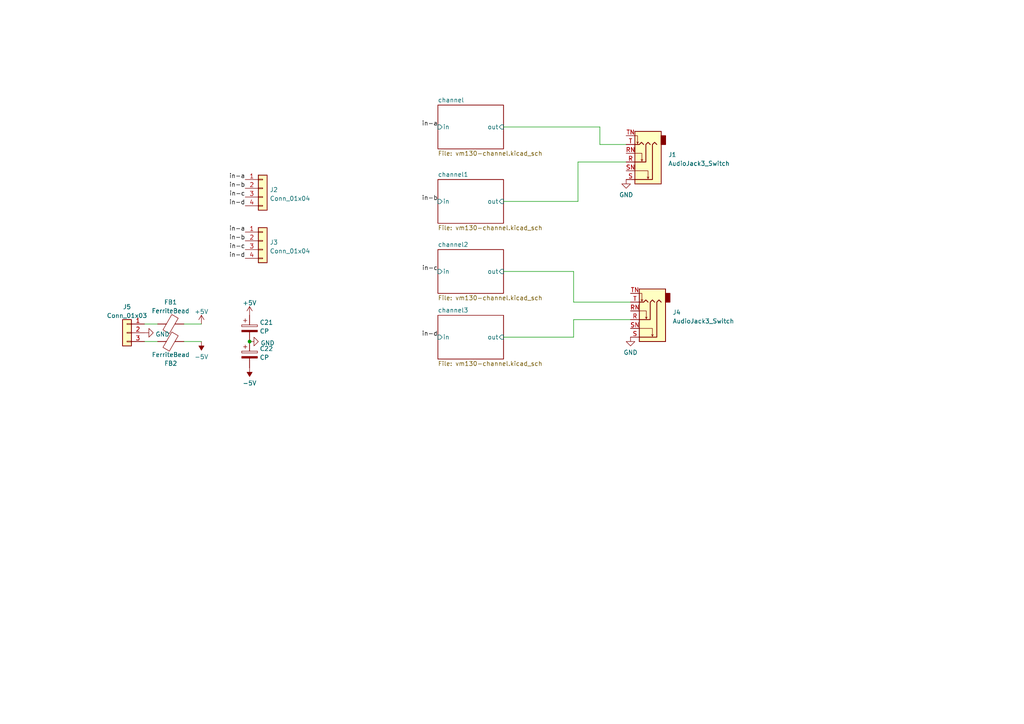
<source format=kicad_sch>
(kicad_sch (version 20211123) (generator eeschema)
  (paper "A4")
  (lib_symbols
    (symbol "Connector:AudioJack3_Switch"
      (property "Reference" "J" (at 0 11.43 0))
      (property "Value" "AudioJack3_Switch" (at 0 8.89 0))
      (symbol "AudioJack3_Switch_0_1"
        (rectangle (start -5.08 -5.08) (end -6.35 -7.62) (stroke (width 0.254)) (fill (type outline)))
        (polyline (pts (xy -1.27 4.826) (xy -1.016 4.318)))
        (polyline (pts (xy 0.508 -0.254) (xy 0.762 -0.762)))
        (polyline (pts (xy 1.778 -5.334) (xy 2.032 -5.842)))
        (polyline (pts (xy 0 -5.08) (xy 0.635 -5.715) (xy 1.27 -5.08) (xy 2.54 -5.08)) (stroke (width 0.254)))
        (polyline (pts (xy 2.54 -7.62) (xy 1.778 -7.62) (xy 1.778 -5.334) (xy 1.524 -5.842)))
        (polyline (pts (xy 2.54 -2.54) (xy 0.508 -2.54) (xy 0.508 -0.254) (xy 0.254 -0.762)))
        (polyline (pts (xy 2.54 2.54) (xy -1.27 2.54) (xy -1.27 4.826) (xy -1.524 4.318)))
        (polyline (pts (xy -1.905 -5.08) (xy -1.27 -5.715) (xy -0.635 -5.08) (xy -0.635 0) (xy 2.54 0)) (stroke (width 0.254)))
        (polyline (pts (xy 2.54 5.08) (xy -2.54 5.08) (xy -2.54 -5.08) (xy -3.175 -5.715) (xy -3.81 -5.08)) (stroke (width 0.254)))
        (rectangle (start 2.54 6.35) (end -5.08 -8.89) (stroke (width 0.254)) (fill (type background)))
      )
      (symbol "AudioJack3_Switch_1_1"
        (pin passive line (at 5.08 0 180) (length 2.54) (name "~") (number "R"))
        (pin passive line (at 5.08 -2.54 180) (length 2.54) (name "~") (number "RN"))
        (pin passive line (at 5.08 5.08 180) (length 2.54) (name "~") (number "S"))
        (pin passive line (at 5.08 2.54 180) (length 2.54) (name "~") (number "SN"))
        (pin passive line (at 5.08 -5.08 180) (length 2.54) (name "~") (number "T"))
        (pin passive line (at 5.08 -7.62 180) (length 2.54) (name "~") (number "TN"))
      )
    )
    (symbol "Connector_Generic:Conn_01x03" (pin_names (offset 1.016) hide)
      (property "Reference" "J" (at 0 5.08 0))
      (property "Value" "Conn_01x03" (at 0 -5.08 0))
      (symbol "Conn_01x03_1_1"
        (rectangle (start -1.27 -2.413) (end 0 -2.667) (stroke (width 0.1524)))
        (rectangle (start -1.27 0.127) (end 0 -0.127) (stroke (width 0.1524)))
        (rectangle (start -1.27 2.667) (end 0 2.413) (stroke (width 0.1524)))
        (rectangle (start -1.27 3.81) (end 1.27 -3.81) (stroke (width 0.254)) (fill (type background)))
        (pin passive line (at -5.08 2.54 0) (length 3.81) (name "Pin_1") (number "1"))
        (pin passive line (at -5.08 0 0) (length 3.81) (name "Pin_2") (number "2"))
        (pin passive line (at -5.08 -2.54 0) (length 3.81) (name "Pin_3") (number "3"))
      )
    )
    (symbol "Connector_Generic:Conn_01x04" (pin_names (offset 1.016) hide)
      (property "Reference" "J" (at 0 5.08 0))
      (property "Value" "Conn_01x04" (at 0 -7.62 0))
      (symbol "Conn_01x04_1_1"
        (rectangle (start -1.27 -4.953) (end 0 -5.207) (stroke (width 0.1524)))
        (rectangle (start -1.27 -2.413) (end 0 -2.667) (stroke (width 0.1524)))
        (rectangle (start -1.27 0.127) (end 0 -0.127) (stroke (width 0.1524)))
        (rectangle (start -1.27 2.667) (end 0 2.413) (stroke (width 0.1524)))
        (rectangle (start -1.27 3.81) (end 1.27 -6.35) (stroke (width 0.254)) (fill (type background)))
        (pin passive line (at -5.08 2.54 0) (length 3.81) (name "Pin_1") (number "1"))
        (pin passive line (at -5.08 0 0) (length 3.81) (name "Pin_2") (number "2"))
        (pin passive line (at -5.08 -2.54 0) (length 3.81) (name "Pin_3") (number "3"))
        (pin passive line (at -5.08 -5.08 0) (length 3.81) (name "Pin_4") (number "4"))
      )
    )
    (symbol "Device:FerriteBead" (pin_numbers hide) (pin_names (offset 0))
      (property "Reference" "FB" (at -3.81 0.635 90))
      (property "Value" "FerriteBead" (at 3.81 0 90))
      (symbol "FerriteBead_0_1"
        (polyline (pts (xy 0 -1.27) (xy 0 -1.2192)))
        (polyline (pts (xy 0 1.27) (xy 0 1.2954)))
        (polyline (pts (xy -2.7686 0.4064) (xy -1.7018 2.2606) (xy 2.7686 -0.3048) (xy 1.6764 -2.159) (xy -2.7686 0.4064)))
      )
      (symbol "FerriteBead_1_1"
        (pin passive line (at 0 3.81 270) (length 2.54) (name "~") (number "1"))
        (pin passive line (at 0 -3.81 90) (length 2.54) (name "~") (number "2"))
      )
    )
    (symbol "nime2020-library:+5V" (power) (pin_names (offset 0))
      (property "Value" "+5V" (at 0 3.556 0))
      (symbol "+5V_0_1"
        (polyline (pts (xy -0.762 1.27) (xy 0 2.54)))
        (polyline (pts (xy 0 0) (xy 0 2.54)))
        (polyline (pts (xy 0 2.54) (xy 0.762 1.27)))
      )
      (symbol "+5V_1_1"
        (pin power_in line (at 0 0 90) (length 0) hide (name "+5V") (number "1"))
      )
    )
    (symbol "nime2020-library:CP" (pin_numbers hide) (pin_names (offset 0.254))
      (property "Reference" "C" (at 0.635 2.54 0))
      (property "Value" "CP" (at 0.635 -2.54 0))
      (symbol "CP_0_1"
        (rectangle (start -2.286 0.508) (end 2.286 1.016))
        (polyline (pts (xy -1.778 2.286) (xy -0.762 2.286)))
        (polyline (pts (xy -1.27 2.794) (xy -1.27 1.778)))
        (rectangle (start 2.286 -0.508) (end -2.286 -1.016) (fill (type outline)))
      )
      (symbol "CP_1_1"
        (pin passive line (at 0 3.81 270) (length 2.794) (name "~") (number "1"))
        (pin passive line (at 0 -3.81 90) (length 2.794) (name "~") (number "2"))
      )
    )
    (symbol "power:-5V" (power) (pin_names (offset 0))
      (property "Value" "-5V" (at 0 3.81 0))
      (symbol "-5V_0_0"
        (pin power_in line (at 0 0 90) (length 0) hide (name "-5V") (number "1"))
      )
      (symbol "-5V_0_1"
        (polyline (pts (xy 0 0) (xy 0 1.27) (xy 0.762 1.27) (xy 0 2.54) (xy -0.762 1.27) (xy 0 1.27)) (fill (type outline)))
      )
    )
    (symbol "power:GND" (power) (pin_names (offset 0))
      (property "Value" "GND" (at 0 -3.81 0))
      (symbol "GND_0_1"
        (polyline (pts (xy 0 0) (xy 0 -1.27) (xy 1.27 -1.27) (xy 0 -2.54) (xy -1.27 -1.27) (xy 0 -1.27)))
      )
      (symbol "GND_1_1"
        (pin power_in line (at 0 0 270) (length 0) hide (name "GND") (number "1"))
      )
    )
  )
  (junction (at 72.39 99.06))
  (wire (pts (xy 167.64 46.99) (xy 181.61 46.99)))
  (wire (pts (xy 166.37 97.79) (xy 166.37 92.71)))
  (wire (pts (xy 146.05 97.79) (xy 166.37 97.79)))
  (wire (pts (xy 166.37 92.71) (xy 182.88 92.71)))
  (wire (pts (xy 173.99 36.83) (xy 173.99 41.91)))
  (wire (pts (xy 53.34 93.98) (xy 58.42 93.98)))
  (wire (pts (xy 41.91 99.06) (xy 45.72 99.06)))
  (wire (pts (xy 146.05 58.42) (xy 167.64 58.42)))
  (wire (pts (xy 41.91 93.98) (xy 45.72 93.98)))
  (wire (pts (xy 166.37 78.74) (xy 146.05 78.74)))
  (wire (pts (xy 146.05 36.83) (xy 173.99 36.83)))
  (wire (pts (xy 167.64 58.42) (xy 167.64 46.99)))
  (wire (pts (xy 166.37 87.63) (xy 166.37 78.74)))
  (wire (pts (xy 53.34 99.06) (xy 58.42 99.06)))
  (wire (pts (xy 173.99 41.91) (xy 181.61 41.91)))
  (wire (pts (xy 182.88 87.63) (xy 166.37 87.63)))
  (label "in-b" (at 127 58.42 180))
  (label "in-c" (at 71.12 72.39 180))
  (label "in-c" (at 71.12 57.15 180))
  (label "in-b" (at 71.12 54.61 180))
  (label "in-b" (at 71.12 69.85 180))
  (label "in-c" (at 127 78.74 180))
  (label "in-d" (at 71.12 74.93 180))
  (label "in-d" (at 127 97.79 180))
  (label "in-a" (at 71.12 52.07 180))
  (label "in-a" (at 127 36.83 180))
  (label "in-a" (at 71.12 67.31 180))
  (label "in-d" (at 71.12 59.69 180))
  (symbol (lib_id "power:GND") (at 181.61 52.07 0) (unit 1)
    (property "Reference" "#PWR0139" (effects hide))
    (property "Value" "GND" (at 181.61 56.5134 0))
  )
  (symbol (lib_id "Device:FerriteBead") (at 49.53 93.98 90) (unit 1)
    (property "Reference" "FB1" (at 49.4792 87.6386 90))
    (property "Value" "FerriteBead" (at 49.4792 90.1755 90))
    (property "Footprint" "synkie_footprints:L_0805_2012Metric_Pad1.15x1.40mm_HandSolder" (effects hide))
  )
  (symbol (lib_id "Device:FerriteBead") (at 49.53 99.06 90) (unit 1)
    (property "Reference" "FB2" (at 49.53 105.41 90))
    (property "Value" "FerriteBead" (at 49.53 102.87 90))
    (property "Footprint" "synkie_footprints:L_0805_2012Metric_Pad1.15x1.40mm_HandSolder" (effects hide))
  )
  (symbol (lib_id "power:GND") (at 72.39 99.06 90) (unit 1)
    (property "Reference" "#PWR0138" (effects hide))
    (property "Value" "GND" (at 75.565 99.4938 90) (effects (justify right)))
  )
  (symbol (lib_id "power:GND") (at 41.91 96.52 90) (unit 1)
    (property "Reference" "#PWR0133" (effects hide))
    (property "Value" "GND" (at 45.085 96.9538 90) (effects (justify right)))
  )
  (symbol (lib_id "Connector_Generic:Conn_01x04") (at 76.2 69.85 0) (unit 1)
    (property "Reference" "J3" (at 78.232 70.2853 0) (effects (justify left)))
    (property "Value" "Conn_01x04" (at 78.232 72.8222 0) (effects (justify left)))
    (property "Footprint" "synkie_footprints:Molex_KK-254_AE-6410-04A_1x04_P2.54mm_Vertical" (effects hide))
  )
  (symbol (lib_id "Connector_Generic:Conn_01x04") (at 76.2 54.61 0) (unit 1)
    (property "Reference" "J2" (at 78.232 55.0453 0) (effects (justify left)))
    (property "Value" "Conn_01x04" (at 78.232 57.5822 0) (effects (justify left)))
    (property "Footprint" "synkie_footprints:Molex_KK-254_AE-6410-04A_1x04_P2.54mm_Vertical" (effects hide))
  )
  (symbol (lib_id "Connector:AudioJack3_Switch") (at 187.96 92.71 180) (unit 1)
    (property "Reference" "J4" (at 195.072 90.6053 0) (effects (justify right)))
    (property "Value" "AudioJack3_Switch" (at 195.072 93.1422 0) (effects (justify right)))
    (property "Footprint" "Connector_Audio:Jack_6.35mm_Neutrik_NMJ6HCD3_Horizontal" (effects hide))
  )
  (symbol (lib_id "nime2020-library:CP") (at 72.39 95.25 0) (unit 1)
    (property "Reference" "C21" (at 75.311 93.5263 0) (effects (justify left)))
    (property "Value" "CP" (at 75.311 96.0632 0) (effects (justify left)))
    (property "Footprint" "synkie_footprints:CP_EIA-3528-21_Kemet-B_Pad1.50x2.35mm_HandSolder" (effects hide))
  )
  (symbol (lib_id "power:-5V") (at 72.39 106.68 180) (unit 1)
    (property "Reference" "#PWR0137" (effects hide))
    (property "Value" "-5V" (at 72.39 111.1234 0))
  )
  (symbol (lib_id "nime2020-library:+5V") (at 72.39 91.44 0) (unit 1)
    (property "Reference" "#PWR0136" (effects hide))
    (property "Value" "+5V" (at 72.39 87.8642 0))
  )
  (symbol (lib_id "Connector:AudioJack3_Switch") (at 186.69 46.99 180) (unit 1)
    (property "Reference" "J1" (at 193.802 44.8853 0) (effects (justify right)))
    (property "Value" "AudioJack3_Switch" (at 193.802 47.4222 0) (effects (justify right)))
    (property "Footprint" "Connector_Audio:Jack_6.35mm_Neutrik_NMJ6HCD3_Horizontal" (effects hide))
  )
  (symbol (lib_id "Connector_Generic:Conn_01x03") (at 36.83 96.52 0) (mirror y) (unit 1)
    (property "Reference" "J5" (at 36.83 89.0102 0))
    (property "Value" "Conn_01x03" (at 36.83 91.5471 0))
    (property "Footprint" "synkie_footprints:Molex_KK-254_AE-6410-03A_1x03_P2.54mm_Vertical" (effects hide))
  )
  (symbol (lib_id "power:GND") (at 182.88 97.79 0) (unit 1)
    (property "Reference" "#PWR0140" (effects hide))
    (property "Value" "GND" (at 182.88 102.2334 0))
  )
  (symbol (lib_id "nime2020-library:CP") (at 72.39 102.87 0) (unit 1)
    (property "Reference" "C22" (at 75.311 101.1463 0) (effects (justify left)))
    (property "Value" "CP" (at 75.311 103.6832 0) (effects (justify left)))
    (property "Footprint" "synkie_footprints:CP_EIA-3528-21_Kemet-B_Pad1.50x2.35mm_HandSolder" (effects hide))
  )
  (symbol (lib_id "power:-5V") (at 58.42 99.06 180) (unit 1)
    (property "Reference" "#PWR0134" (effects hide))
    (property "Value" "-5V" (at 58.42 103.5034 0))
  )
  (symbol (lib_id "nime2020-library:+5V") (at 58.42 93.98 0) (unit 1)
    (property "Reference" "#PWR0135" (effects hide))
    (property "Value" "+5V" (at 58.42 90.4042 0))
  )
  (sheet (at 127 91.44) (size 19.05 12.7) (stroke (width 0.1524))
    (property "Sheet name" "channel3" (at 127 90.7284 0) (effects (justify left bottom)))
    (property "Sheet file" "vm130-channel.kicad_sch" (at 127 104.7246 0) (effects (justify left top)))
    (pin "in" input (at 127 97.79 180))
    (pin "out" input (at 146.05 97.79 0))
  )
  (sheet (at 127 72.39) (size 19.05 12.7) (stroke (width 0.1524))
    (property "Sheet name" "channel2" (at 127 71.6784 0) (effects (justify left bottom)))
    (property "Sheet file" "vm130-channel.kicad_sch" (at 127 85.6746 0) (effects (justify left top)))
    (pin "in" input (at 127 78.74 180))
    (pin "out" input (at 146.05 78.74 0))
  )
  (sheet (at 127 52.07) (size 19.05 12.7) (stroke (width 0.1524))
    (property "Sheet name" "channel1" (at 127 51.3584 0) (effects (justify left bottom)))
    (property "Sheet file" "vm130-channel.kicad_sch" (at 127 65.3546 0) (effects (justify left top)))
    (pin "in" input (at 127 58.42 180))
    (pin "out" input (at 146.05 58.42 0))
  )
  (sheet (at 127 30.48) (size 19.05 12.7) (stroke (width 0.1524))
    (property "Sheet name" "channel" (at 127 29.7684 0) (effects (justify left bottom)))
    (property "Sheet file" "vm130-channel.kicad_sch" (at 127 43.7646 0) (effects (justify left top)))
    (pin "in" input (at 127 36.83 180))
    (pin "out" input (at 146.05 36.83 0))
  )
)
</source>
